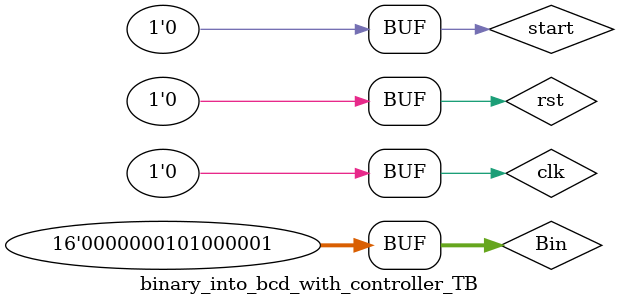
<source format=v>
module binary_into_bcd_with_controller(input [15:0] Bin, input start, clk, rst, output[15:0] BCD, output done, co, so);
  wire shiftCount, loadBin;
  controller circut_controller(start, clk, rst, done, shiftCount, loadBin);
  dataPath circut_dataPath(Bin, clk, rst, shiftCount, loadBin, BCD, co, so);  
endmodule 

module binary_into_bcd_with_controller_TB();
  reg [15:0] Bin = 16'b0001101111100110;
  reg start = 0;
  reg clk=0;
  reg rst = 1 ;
  wire co, so, done;
  wire [15:0] BCD;
  binary_into_bcd_with_controller uut(Bin,start, clk, rst, BCD, done, co, so);
  initial repeat(170) #12 clk=~clk;
  initial begin
    #30 rst=0;
    #50 start=1;
    #70 start=0;
    #700 Bin=16'd321;
    #5 start=1;
    #20 start=0;
  end  
endmodule
</source>
